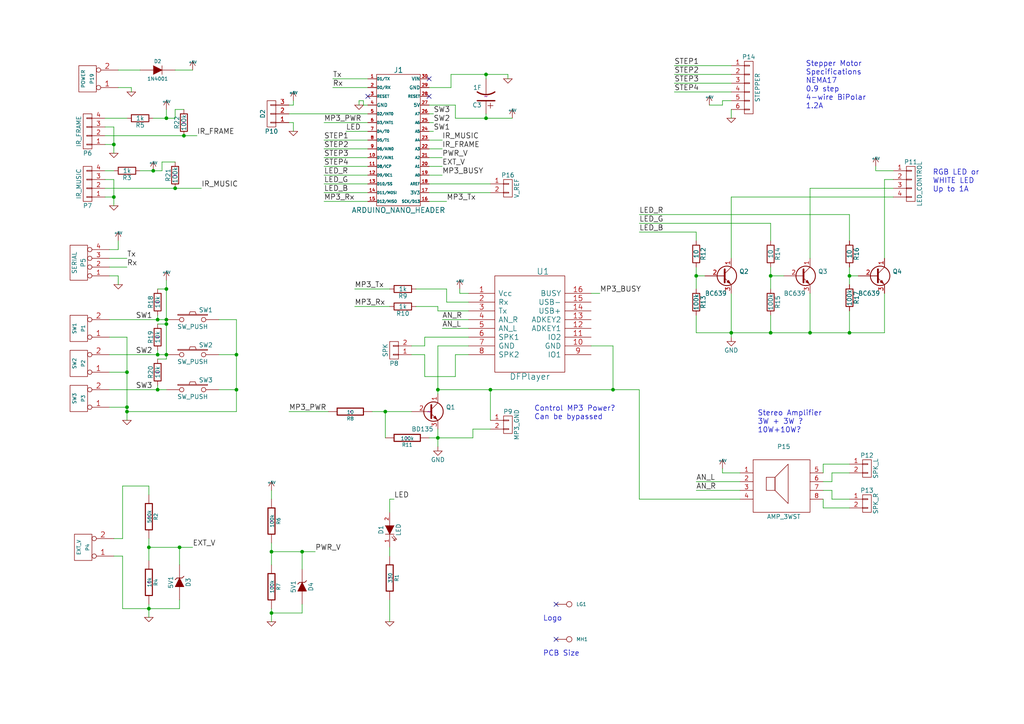
<source format=kicad_sch>
(kicad_sch (version 20230121) (generator eeschema)
  (paper "A4")
  (title_block (title "Hand Crank Projector Controller") (date "2016-12-18") (rev "1") (company "Ben Wigley"))
  (lib_symbols
    (symbol "HandCrankProjector_PCB-rescue:+5V" (power) (pin_names (offset 0))
      (property "Value" "+5V" (at 0 3.556 0))
      (symbol "+5V_1_1"
        (pin power_in line (at 0 0 90) (length 0) hide (name "+5V") (number "1"))
      )
    )
    (symbol "HandCrankProjector_PCB-rescue:AMP_3WST" (pin_names (offset 1.016) hide)
      (property "Reference" "P" (at 0 11.43 0))
      (property "Value" "AMP_3WST" (at 0 -8.89 0))
      (symbol "AMP_3WST_1_1"
        (pin passive line (at -12.7 3.81 0) (length 3.81) (name "P1") (number "1"))
        (pin passive line (at -12.7 1.27 0) (length 3.81) (name "P2") (number "2"))
        (pin passive line (at -12.7 -1.27 0) (length 3.81) (name "P3") (number "3"))
        (pin passive line (at -12.7 -3.81 0) (length 3.81) (name "P4") (number "4"))
        (pin passive line (at 11.43 3.81 180) (length 3.81) (name "P5") (number "5"))
        (pin passive line (at 11.43 1.27 180) (length 3.81) (name "P6") (number "6"))
        (pin passive line (at 11.43 -1.27 180) (length 3.81) (name "P7") (number "7"))
        (pin passive line (at 11.43 -3.81 180) (length 3.81) (name "P8") (number "8"))
      )
    )
    (symbol "HandCrankProjector_PCB-rescue:Arduino_Nano_Header" (pin_names (offset 0.0254))
      (property "Reference" "J" (at 0 20.32 0))
      (property "Value" "Arduino_Nano_Header" (at 0 -20.32 0))
      (symbol "Arduino_Nano_Header_1_1"
        (pin passive line (at -8.89 17.78 0) (length 2.54) (name "D1/TX") (number "1"))
        (pin passive line (at -8.89 -5.08 0) (length 2.54) (name "D7/AIN1") (number "10"))
        (pin passive line (at -8.89 -7.62 0) (length 2.54) (name "D8/ICP") (number "11"))
        (pin passive line (at -8.89 -10.16 0) (length 2.54) (name "D9/0C1") (number "12"))
        (pin passive line (at -8.89 -12.7 0) (length 2.54) (name "D10/SS") (number "13"))
        (pin passive line (at -8.89 -15.24 0) (length 2.54) (name "D11/MOSI") (number "14"))
        (pin passive line (at -8.89 -17.78 0) (length 2.54) (name "D12/MISO") (number "15"))
        (pin passive line (at 8.89 -17.78 180) (length 2.54) (name "SCK/D13") (number "16"))
        (pin passive line (at 8.89 -15.24 180) (length 2.54) (name "3V3") (number "17"))
        (pin passive line (at 8.89 -12.7 180) (length 2.54) (name "AREF") (number "18"))
        (pin passive line (at 8.89 -10.16 180) (length 2.54) (name "A0") (number "19"))
        (pin passive line (at -8.89 15.24 0) (length 2.54) (name "D0/RX") (number "2"))
        (pin passive line (at 8.89 -7.62 180) (length 2.54) (name "A1") (number "20"))
        (pin passive line (at 8.89 -5.08 180) (length 2.54) (name "A2") (number "21"))
        (pin passive line (at 8.89 -2.54 180) (length 2.54) (name "A3") (number "22"))
        (pin passive line (at 8.89 0 180) (length 2.54) (name "A4") (number "23"))
        (pin passive line (at 8.89 2.54 180) (length 2.54) (name "A5") (number "24"))
        (pin passive line (at 8.89 5.08 180) (length 2.54) (name "A6") (number "25"))
        (pin passive line (at 8.89 7.62 180) (length 2.54) (name "A7") (number "26"))
        (pin passive line (at 8.89 10.16 180) (length 2.54) (name "5V") (number "27"))
        (pin passive line (at 8.89 12.7 180) (length 2.54) (name "RESET") (number "28"))
        (pin passive line (at 8.89 15.24 180) (length 2.54) (name "GND") (number "29"))
        (pin passive line (at -8.89 12.7 0) (length 2.54) (name "RESET") (number "3"))
        (pin passive line (at 8.89 17.78 180) (length 2.54) (name "VIN") (number "30"))
        (pin passive line (at -8.89 10.16 0) (length 2.54) (name "GND") (number "4"))
        (pin passive line (at -8.89 7.62 0) (length 2.54) (name "D2/INT0") (number "5"))
        (pin passive line (at -8.89 5.08 0) (length 2.54) (name "D3/INT1") (number "6"))
        (pin passive line (at -8.89 2.54 0) (length 2.54) (name "D4/T0") (number "7"))
        (pin passive line (at -8.89 0 0) (length 2.54) (name "D5/T1") (number "8"))
        (pin passive line (at -8.89 -2.54 0) (length 2.54) (name "D6/AIN0") (number "9"))
      )
    )
    (symbol "HandCrankProjector_PCB-rescue:CONN_01X02" (pin_names (offset 1.016) hide)
      (property "Reference" "P" (at 0 3.81 0))
      (property "Value" "CONN_01X02" (at 2.54 0 90))
      (symbol "CONN_01X02_1_1"
        (pin passive line (at -5.08 1.27 0) (length 3.81) (name "P1") (number "1"))
        (pin passive line (at -5.08 -1.27 0) (length 3.81) (name "P2") (number "2"))
      )
    )
    (symbol "HandCrankProjector_PCB-rescue:CONN_01X03" (pin_names (offset 1.016) hide)
      (property "Reference" "P" (at 0 5.08 0))
      (property "Value" "CONN_01X03" (at 2.54 0 90))
      (symbol "CONN_01X03_1_1"
        (pin passive line (at -5.08 2.54 0) (length 3.81) (name "P1") (number "1"))
        (pin passive line (at -5.08 0 0) (length 3.81) (name "P2") (number "2"))
        (pin passive line (at -5.08 -2.54 0) (length 3.81) (name "P3") (number "3"))
      )
    )
    (symbol "HandCrankProjector_PCB-rescue:CONN_01X04" (pin_names (offset 1.016) hide)
      (property "Reference" "P" (at 0 6.35 0))
      (property "Value" "CONN_01X04" (at 2.54 0 90))
      (symbol "CONN_01X04_1_1"
        (pin passive line (at -5.08 3.81 0) (length 3.81) (name "P1") (number "1"))
        (pin passive line (at -5.08 1.27 0) (length 3.81) (name "P2") (number "2"))
        (pin passive line (at -5.08 -1.27 0) (length 3.81) (name "P3") (number "3"))
        (pin passive line (at -5.08 -3.81 0) (length 3.81) (name "P4") (number "4"))
      )
    )
    (symbol "HandCrankProjector_PCB-rescue:CONN_01X06" (pin_names (offset 1.016) hide)
      (property "Reference" "P" (at 0 8.89 0))
      (property "Value" "CONN_01X06" (at 2.54 0 90))
      (symbol "CONN_01X06_1_1"
        (pin passive line (at -5.08 6.35 0) (length 3.81) (name "P1") (number "1"))
        (pin passive line (at -5.08 3.81 0) (length 3.81) (name "P2") (number "2"))
        (pin passive line (at -5.08 1.27 0) (length 3.81) (name "P3") (number "3"))
        (pin passive line (at -5.08 -1.27 0) (length 3.81) (name "P4") (number "4"))
        (pin passive line (at -5.08 -3.81 0) (length 3.81) (name "P5") (number "5"))
        (pin passive line (at -5.08 -6.35 0) (length 3.81) (name "P6") (number "6"))
      )
    )
    (symbol "HandCrankProjector_PCB-rescue:CONN_1" (pin_numbers hide) (pin_names (offset 0.762) hide)
      (property "Reference" "P" (at 2.032 0 0))
      (symbol "CONN_1_1_1"
        (pin passive line (at -3.81 0 0) (length 2.54) (name "1") (number "1"))
      )
    )
    (symbol "HandCrankProjector_PCB-rescue:CONN_2-RESCUE-StepperMotorController_12_v2" (pin_names (offset 1.016) hide)
      (property "Reference" "P" (at -1.27 0 90))
      (property "Value" "CONN_2-RESCUE-StepperMotorController_12_v2" (at 1.27 0 90))
      (symbol "CONN_2-RESCUE-StepperMotorController_12_v2_1_1"
        (pin passive inverted (at -8.89 2.54 0) (length 6.35) (name "P1") (number "1"))
        (pin passive inverted (at -8.89 -2.54 0) (length 6.35) (name "PM") (number "2"))
      )
    )
    (symbol "HandCrankProjector_PCB-rescue:CONN_4" (pin_names (offset 1.016) hide)
      (property "Reference" "P" (at -1.27 0 90))
      (property "Value" "CONN_4" (at 1.27 0 90))
      (symbol "CONN_4_1_1"
        (pin passive inverted (at -8.89 3.81 0) (length 6.35) (name "P1") (number "1"))
        (pin passive inverted (at -8.89 1.27 0) (length 6.35) (name "P2") (number "2"))
        (pin passive inverted (at -8.89 -1.27 0) (length 6.35) (name "P3") (number "3"))
        (pin passive inverted (at -8.89 -3.81 0) (length 6.35) (name "P4") (number "4"))
      )
    )
    (symbol "HandCrankProjector_PCB-rescue:CP1-RESCUE-HandCrankProjector_PCB" (pin_numbers hide) (pin_names (offset 0.254) hide)
      (property "Reference" "C" (at 1.27 2.54 0))
      (property "Value" "CP1-RESCUE-HandCrankProjector_PCB" (at 1.27 -2.54 0))
      (symbol "CP1-RESCUE-HandCrankProjector_PCB_0_0"
        (text "+" (at -1.27 2.54 0) (effects (font (size 2.032 2.032))))
      )
      (symbol "CP1-RESCUE-HandCrankProjector_PCB_1_1"
        (pin passive line (at 0 5.08 270) (length 3.81) (name "~") (number "1"))
        (pin passive line (at 0 -5.08 90) (length 4.572) (name "~") (number "2"))
      )
    )
    (symbol "HandCrankProjector_PCB-rescue:DIODE" (pin_numbers hide) (pin_names (offset 1.016) hide)
      (property "Reference" "D" (at 0 2.54 0))
      (property "Value" "DIODE" (at 0 -2.54 0))
      (symbol "DIODE_1_1"
        (pin passive line (at -5.08 0 0) (length 3.81) (name "A") (number "1"))
        (pin passive line (at 5.08 0 180) (length 3.81) (name "K") (number "2"))
      )
    )
    (symbol "HandCrankProjector_PCB-rescue:GND" (power) (pin_names (offset 0))
      (property "Value" "GND" (at 0 -3.81 0))
      (symbol "GND_1_1"
        (pin power_in line (at 0 0 270) (length 0) hide (name "GND") (number "1"))
      )
    )
    (symbol "HandCrankProjector_PCB-rescue:GND-RESCUE-HandCrankProjector_PCB" (power) (pin_names (offset 0))
      (symbol "GND-RESCUE-HandCrankProjector_PCB_1_1"
        (pin power_in line (at 0 0 90) (length 0) hide (name "GND") (number "1"))
      )
    )
    (symbol "HandCrankProjector_PCB-rescue:LED" (pin_names (offset 1.016) hide)
      (property "Reference" "D" (at 0 2.54 0))
      (property "Value" "LED" (at 0 -2.54 0))
      (symbol "LED_1_1"
        (pin passive line (at -5.08 0 0) (length 3.81) (name "K") (number "1"))
        (pin passive line (at 5.08 0 180) (length 3.81) (name "A") (number "2"))
      )
    )
    (symbol "HandCrankProjector_PCB-rescue:MOD1021" (pin_names (offset 1.016))
      (property "Reference" "U" (at 3.81 15.24 0))
      (property "Value" "MOD1021" (at 0 -15.24 0))
      (symbol "MOD1021_1_1"
        (pin tri_state line (at -17.78 8.89 0) (length 7.62) (name "Vcc") (number "1"))
        (pin input line (at 17.78 -6.35 180) (length 7.62) (name "GND") (number "10"))
        (pin input line (at 17.78 -3.81 180) (length 7.62) (name "IO2") (number "11"))
        (pin input line (at 17.78 -1.27 180) (length 7.62) (name "ADKEY1") (number "12"))
        (pin tri_state line (at 17.78 1.27 180) (length 7.62) (name "ADKEY2") (number "13"))
        (pin input line (at 17.78 3.81 180) (length 7.62) (name "USB+") (number "14"))
        (pin input line (at 17.78 6.35 180) (length 7.62) (name "USB-") (number "15"))
        (pin input line (at 17.78 8.89 180) (length 7.62) (name "BUSY") (number "16"))
        (pin tri_state line (at -17.78 6.35 0) (length 7.62) (name "Rx") (number "2"))
        (pin tri_state line (at -17.78 3.81 0) (length 7.62) (name "Tx") (number "3"))
        (pin tri_state line (at -17.78 1.27 0) (length 7.62) (name "AN_R") (number "4"))
        (pin tri_state line (at -17.78 -1.27 0) (length 7.62) (name "AN_L") (number "5"))
        (pin tri_state line (at -17.78 -3.81 0) (length 7.62) (name "SPK1") (number "6"))
        (pin output line (at -17.78 -6.35 0) (length 7.62) (name "GND") (number "7"))
        (pin tri_state line (at -17.78 -8.89 0) (length 7.62) (name "SPK2") (number "8"))
        (pin tri_state line (at 17.78 -8.89 180) (length 7.62) (name "IO1") (number "9"))
      )
    )
    (symbol "HandCrankProjector_PCB-rescue:Q_NPN_CBE" (pin_names (offset 0) hide)
      (property "Reference" "Q" (at 7.62 1.27 0))
      (property "Value" "Q_NPN_CBE" (at 15.24 -1.27 0))
      (symbol "Q_NPN_CBE_1_1"
        (pin passive line (at 2.54 5.08 270) (length 2.54) (name "C") (number "1"))
        (pin input line (at -5.08 0 0) (length 5.715) (name "B") (number "2"))
        (pin passive line (at 2.54 -5.08 90) (length 2.54) (name "E") (number "3"))
      )
    )
    (symbol "HandCrankProjector_PCB-rescue:R" (pin_numbers hide) (pin_names (offset 0))
      (property "Reference" "R" (at 2.032 0 90))
      (property "Value" "R" (at 0 0 90))
      (symbol "R_1_1"
        (pin passive line (at 0 3.81 270) (length 1.27) (name "~") (number "1"))
        (pin passive line (at 0 -3.81 90) (length 1.27) (name "~") (number "2"))
      )
    )
    (symbol "HandCrankProjector_PCB-rescue:R-RESCUE-HandCrankProjector_PCB" (pin_numbers hide) (pin_names (offset 0))
      (property "Reference" "R" (at 2.032 0 90))
      (property "Value" "R-RESCUE-HandCrankProjector_PCB" (at 0 0 90))
      (symbol "R-RESCUE-HandCrankProjector_PCB_1_1"
        (pin passive line (at 0 6.35 270) (length 2.54) (name "~") (number "1"))
        (pin passive line (at 0 -6.35 90) (length 2.54) (name "~") (number "2"))
      )
    )
    (symbol "HandCrankProjector_PCB-rescue:SW_PUSH" (pin_numbers hide) (pin_names (offset 1.016) hide)
      (property "Reference" "SW" (at 3.81 2.794 0))
      (property "Value" "SW_PUSH" (at 0 -2.032 0))
      (symbol "SW_PUSH_0_1"
        (pin passive inverted (at -7.62 0 0) (length 5.08) (name "1") (number "1"))
        (pin passive inverted (at 7.62 0 180) (length 5.08) (name "2") (number "2"))
      )
    )
    (symbol "HandCrankProjector_PCB-rescue:ZENER" (pin_numbers hide) (pin_names (offset 1.016) hide)
      (property "Reference" "D" (at 0 2.54 0))
      (property "Value" "ZENER" (at 0 -2.54 0))
      (symbol "ZENER_1_1"
        (pin passive line (at 5.08 0 180) (length 3.81) (name "A") (number "1"))
        (pin passive line (at -5.08 0 0) (length 3.81) (name "K") (number "2"))
      )
    )
  )
  (junction (at 33.02 41.91))
  (junction (at 246.38 80.01))
  (junction (at 111.76 119.38))
  (junction (at 223.52 80.01))
  (junction (at 246.38 96.52))
  (junction (at 78.74 177.8))
  (junction (at 177.8 113.03))
  (junction (at 212.09 96.52))
  (junction (at 48.26 34.29))
  (junction (at 223.52 96.52))
  (junction (at 140.97 34.29))
  (junction (at 142.24 113.03))
  (junction (at 43.18 176.53))
  (junction (at 53.34 39.37))
  (junction (at 36.83 118.11))
  (junction (at 48.26 92.71))
  (junction (at 234.95 96.52))
  (junction (at 43.18 158.75))
  (junction (at 127 127))
  (junction (at 87.63 160.02))
  (junction (at 44.45 49.53))
  (junction (at 48.26 102.87))
  (junction (at 45.72 102.87))
  (junction (at 36.83 107.95))
  (junction (at 50.8 54.61))
  (junction (at 48.26 93.98))
  (junction (at 127 113.03))
  (junction (at 78.74 160.02))
  (junction (at 52.07 158.75))
  (junction (at 36.83 119.38))
  (junction (at 45.72 92.71))
  (junction (at 68.58 113.03))
  (junction (at 140.97 21.59))
  (junction (at 48.26 83.82))
  (junction (at 33.02 57.15))
  (junction (at 68.58 102.87))
  (junction (at 201.93 80.01))
  (junction (at 45.72 113.03))
  (no_connect (at 124.46 22.86))
  (no_connect (at 161.29 175.26))
  (no_connect (at 124.46 27.94))
  (no_connect (at 161.29 185.42))
  (no_connect (at 106.68 27.94))
  (wire (pts (xy 124.46 55.88) (xy 142.24 55.88)))
  (wire (pts (xy 124.46 25.4) (xy 130.81 25.4)))
  (wire (pts (xy 124.46 127) (xy 127 127)))
  (wire (pts (xy 124.46 30.48) (xy 132.08 30.48)))
  (wire (pts (xy 68.58 102.87) (xy 68.58 113.03)))
  (wire (pts (xy 119.38 102.87) (xy 123.19 102.87)))
  (wire (pts (xy 106.68 48.26) (xy 93.98 48.26)))
  (wire (pts (xy 177.8 100.33) (xy 177.8 113.03)))
  (wire (pts (xy 254 49.53) (xy 254 48.26)))
  (wire (pts (xy 256.54 96.52) (xy 256.54 85.09)))
  (wire (pts (xy 223.52 64.77) (xy 223.52 69.85)))
  (wire (pts (xy 256.54 74.93) (xy 256.54 52.07)))
  (wire (pts (xy 106.68 43.18) (xy 93.98 43.18)))
  (wire (pts (xy 241.3 137.16) (xy 246.38 137.16)))
  (wire (pts (xy 34.29 72.39) (xy 34.29 69.85)))
  (wire (pts (xy 87.63 165.1) (xy 87.63 160.02)))
  (wire (pts (xy 45.72 113.03) (xy 48.26 113.03)))
  (wire (pts (xy 259.08 57.15) (xy 212.09 57.15)))
  (wire (pts (xy 124.46 40.64) (xy 128.27 40.64)))
  (wire (pts (xy 246.38 90.17) (xy 246.38 96.52)))
  (wire (pts (xy 48.26 92.71) (xy 48.26 93.98)))
  (wire (pts (xy 50.8 20.32) (xy 55.88 20.32)))
  (wire (pts (xy 104.14 29.21) (xy 105.41 29.21)))
  (wire (pts (xy 132.08 102.87) (xy 135.89 102.87)))
  (wire (pts (xy 33.02 49.53) (xy 30.48 49.53)))
  (wire (pts (xy 234.95 54.61) (xy 234.95 74.93)))
  (wire (pts (xy 33.02 57.15) (xy 33.02 59.69)))
  (wire (pts (xy 195.58 21.59) (xy 212.09 21.59)))
  (wire (pts (xy 48.26 102.87) (xy 48.26 104.14)))
  (wire (pts (xy 223.52 91.44) (xy 223.52 96.52)))
  (wire (pts (xy 36.83 119.38) (xy 36.83 121.92)))
  (wire (pts (xy 135.89 97.79) (xy 123.19 97.79)))
  (wire (pts (xy 45.72 102.87) (xy 48.26 102.87)))
  (wire (pts (xy 83.82 35.56) (xy 85.09 35.56)))
  (wire (pts (xy 201.93 77.47) (xy 201.93 80.01)))
  (wire (pts (xy 124.46 43.18) (xy 128.27 43.18)))
  (wire (pts (xy 241.3 139.7) (xy 241.3 137.16)))
  (wire (pts (xy 127 124.46) (xy 127 127)))
  (wire (pts (xy 52.07 176.53) (xy 52.07 173.99)))
  (wire (pts (xy 127 113.03) (xy 142.24 113.03)))
  (wire (pts (xy 127 113.03) (xy 127 114.3)))
  (wire (pts (xy 43.18 158.75) (xy 52.07 158.75)))
  (wire (pts (xy 45.72 111.76) (xy 45.72 113.03)))
  (wire (pts (xy 34.29 80.01) (xy 31.75 80.01)))
  (wire (pts (xy 31.75 97.79) (xy 36.83 97.79)))
  (wire (pts (xy 137.16 124.46) (xy 137.16 127)))
  (wire (pts (xy 102.87 88.9) (xy 113.03 88.9)))
  (wire (pts (xy 223.52 96.52) (xy 234.95 96.52)))
  (wire (pts (xy 133.35 85.09) (xy 133.35 83.82)))
  (wire (pts (xy 140.97 34.29) (xy 140.97 33.02)))
  (wire (pts (xy 87.63 177.8) (xy 87.63 175.26)))
  (wire (pts (xy 30.48 39.37) (xy 53.34 39.37)))
  (wire (pts (xy 135.89 85.09) (xy 133.35 85.09)))
  (wire (pts (xy 30.48 54.61) (xy 50.8 54.61)))
  (wire (pts (xy 104.14 30.48) (xy 104.14 29.21)))
  (wire (pts (xy 128.27 95.25) (xy 135.89 95.25)))
  (wire (pts (xy 238.76 134.62) (xy 246.38 134.62)))
  (wire (pts (xy 78.74 160.02) (xy 87.63 160.02)))
  (wire (pts (xy 246.38 96.52) (xy 256.54 96.52)))
  (wire (pts (xy 195.58 24.13) (xy 212.09 24.13)))
  (wire (pts (xy 36.83 97.79) (xy 36.83 107.95)))
  (wire (pts (xy 125.73 38.1) (xy 124.46 38.1)))
  (wire (pts (xy 113.03 173.99) (xy 113.03 180.34)))
  (wire (pts (xy 259.08 54.61) (xy 234.95 54.61)))
  (wire (pts (xy 53.34 39.37) (xy 57.15 39.37)))
  (wire (pts (xy 31.75 107.95) (xy 36.83 107.95)))
  (wire (pts (xy 35.56 161.29) (xy 35.56 176.53)))
  (wire (pts (xy 246.38 144.78) (xy 241.3 144.78)))
  (wire (pts (xy 106.68 45.72) (xy 93.98 45.72)))
  (wire (pts (xy 46.99 46.99) (xy 50.8 46.99)))
  (wire (pts (xy 234.95 85.09) (xy 234.95 96.52)))
  (wire (pts (xy 209.55 135.89) (xy 209.55 137.16)))
  (wire (pts (xy 78.74 177.8) (xy 87.63 177.8)))
  (wire (pts (xy 31.75 113.03) (xy 45.72 113.03)))
  (wire (pts (xy 123.19 109.22) (xy 132.08 109.22)))
  (wire (pts (xy 31.75 118.11) (xy 36.83 118.11)))
  (wire (pts (xy 30.48 57.15) (xy 33.02 57.15)))
  (wire (pts (xy 48.26 34.29) (xy 50.8 34.29)))
  (wire (pts (xy 113.03 83.82) (xy 102.87 83.82)))
  (wire (pts (xy 107.95 119.38) (xy 111.76 119.38)))
  (wire (pts (xy 105.41 30.48) (xy 106.68 30.48)))
  (wire (pts (xy 177.8 113.03) (xy 185.42 113.03)))
  (wire (pts (xy 127 127) (xy 127 129.54)))
  (wire (pts (xy 147.32 21.59) (xy 147.32 22.86)))
  (wire (pts (xy 68.58 119.38) (xy 36.83 119.38)))
  (wire (pts (xy 201.93 91.44) (xy 201.93 96.52)))
  (wire (pts (xy 120.65 83.82) (xy 129.54 83.82)))
  (wire (pts (xy 36.83 118.11) (xy 36.83 119.38)))
  (wire (pts (xy 259.08 49.53) (xy 254 49.53)))
  (wire (pts (xy 130.81 25.4) (xy 130.81 21.59)))
  (wire (pts (xy 212.09 85.09) (xy 212.09 96.52)))
  (wire (pts (xy 142.24 124.46) (xy 137.16 124.46)))
  (wire (pts (xy 111.76 127) (xy 111.76 119.38)))
  (wire (pts (xy 96.52 22.86) (xy 106.68 22.86)))
  (wire (pts (xy 31.75 92.71) (xy 45.72 92.71)))
  (wire (pts (xy 35.56 140.97) (xy 43.18 140.97)))
  (wire (pts (xy 123.19 97.79) (xy 123.19 100.33)))
  (wire (pts (xy 78.74 160.02) (xy 78.74 163.83)))
  (wire (pts (xy 185.42 144.78) (xy 214.63 144.78)))
  (wire (pts (xy 195.58 19.05) (xy 212.09 19.05)))
  (wire (pts (xy 123.19 100.33) (xy 119.38 100.33)))
  (wire (pts (xy 238.76 147.32) (xy 246.38 147.32)))
  (wire (pts (xy 100.33 38.1) (xy 106.68 38.1)))
  (wire (pts (xy 111.76 119.38) (xy 119.38 119.38)))
  (wire (pts (xy 83.82 30.48) (xy 85.09 30.48)))
  (wire (pts (xy 48.26 34.29) (xy 48.26 31.75)))
  (wire (pts (xy 33.02 52.07) (xy 33.02 57.15)))
  (wire (pts (xy 33.02 36.83) (xy 33.02 41.91)))
  (wire (pts (xy 31.75 72.39) (xy 34.29 72.39)))
  (wire (pts (xy 241.3 144.78) (xy 241.3 142.24)))
  (wire (pts (xy 43.18 175.26) (xy 43.18 176.53)))
  (wire (pts (xy 35.56 156.21) (xy 35.56 140.97)))
  (wire (pts (xy 113.03 161.29) (xy 113.03 158.75)))
  (wire (pts (xy 201.93 142.24) (xy 214.63 142.24)))
  (wire (pts (xy 33.02 41.91) (xy 33.02 44.45)))
  (wire (pts (xy 129.54 83.82) (xy 129.54 87.63)))
  (wire (pts (xy 135.89 90.17) (xy 127 90.17)))
  (wire (pts (xy 185.42 67.31) (xy 201.93 67.31)))
  (wire (pts (xy 85.09 30.48) (xy 85.09 29.21)))
  (wire (pts (xy 48.26 104.14) (xy 45.72 104.14)))
  (wire (pts (xy 45.72 101.6) (xy 45.72 102.87)))
  (wire (pts (xy 140.97 21.59) (xy 147.32 21.59)))
  (wire (pts (xy 205.74 30.48) (xy 209.55 30.48)))
  (wire (pts (xy 106.68 35.56) (xy 93.98 35.56)))
  (wire (pts (xy 248.92 80.01) (xy 246.38 80.01)))
  (wire (pts (xy 209.55 30.48) (xy 209.55 29.21)))
  (wire (pts (xy 50.8 31.75) (xy 53.34 31.75)))
  (wire (pts (xy 48.26 83.82) (xy 48.26 92.71)))
  (wire (pts (xy 171.45 100.33) (xy 177.8 100.33)))
  (wire (pts (xy 201.93 67.31) (xy 201.93 69.85)))
  (wire (pts (xy 201.93 80.01) (xy 201.93 83.82)))
  (wire (pts (xy 124.46 58.42) (xy 129.54 58.42)))
  (wire (pts (xy 45.72 93.98) (xy 48.26 93.98)))
  (wire (pts (xy 50.8 34.29) (xy 50.8 31.75)))
  (wire (pts (xy 44.45 49.53) (xy 46.99 49.53)))
  (wire (pts (xy 95.25 119.38) (xy 83.82 119.38)))
  (wire (pts (xy 256.54 52.07) (xy 259.08 52.07)))
  (wire (pts (xy 78.74 177.8) (xy 78.74 180.34)))
  (wire (pts (xy 63.5 113.03) (xy 68.58 113.03)))
  (wire (pts (xy 127 127) (xy 137.16 127)))
  (wire (pts (xy 246.38 77.47) (xy 246.38 80.01)))
  (wire (pts (xy 68.58 113.03) (xy 68.58 119.38)))
  (wire (pts (xy 78.74 176.53) (xy 78.74 177.8)))
  (wire (pts (xy 68.58 92.71) (xy 68.58 102.87)))
  (wire (pts (xy 132.08 109.22) (xy 132.08 102.87)))
  (wire (pts (xy 43.18 176.53) (xy 43.18 179.07)))
  (wire (pts (xy 93.98 58.42) (xy 106.68 58.42)))
  (wire (pts (xy 106.68 40.64) (xy 93.98 40.64)))
  (wire (pts (xy 36.83 77.47) (xy 31.75 77.47)))
  (wire (pts (xy 140.97 21.59) (xy 140.97 22.86)))
  (wire (pts (xy 212.09 96.52) (xy 212.09 97.79)))
  (wire (pts (xy 34.29 82.55) (xy 34.29 80.01)))
  (wire (pts (xy 45.72 92.71) (xy 48.26 92.71)))
  (wire (pts (xy 40.64 49.53) (xy 44.45 49.53)))
  (wire (pts (xy 185.42 113.03) (xy 185.42 144.78)))
  (wire (pts (xy 31.75 102.87) (xy 45.72 102.87)))
  (wire (pts (xy 238.76 137.16) (xy 238.76 134.62)))
  (wire (pts (xy 63.5 92.71) (xy 68.58 92.71)))
  (wire (pts (xy 209.55 137.16) (xy 214.63 137.16)))
  (wire (pts (xy 78.74 157.48) (xy 78.74 160.02)))
  (wire (pts (xy 105.41 29.21) (xy 105.41 30.48)))
  (wire (pts (xy 223.52 80.01) (xy 223.52 83.82)))
  (wire (pts (xy 33.02 156.21) (xy 35.56 156.21)))
  (wire (pts (xy 106.68 33.02) (xy 83.82 33.02)))
  (wire (pts (xy 34.29 20.32) (xy 40.64 20.32)))
  (wire (pts (xy 201.93 96.52) (xy 212.09 96.52)))
  (wire (pts (xy 142.24 113.03) (xy 177.8 113.03)))
  (wire (pts (xy 43.18 176.53) (xy 52.07 176.53)))
  (wire (pts (xy 128.27 50.8) (xy 124.46 50.8)))
  (wire (pts (xy 173.99 85.09) (xy 171.45 85.09)))
  (wire (pts (xy 127 100.33) (xy 127 113.03)))
  (wire (pts (xy 127 88.9) (xy 120.65 88.9)))
  (wire (pts (xy 129.54 87.63) (xy 135.89 87.63)))
  (wire (pts (xy 50.8 54.61) (xy 58.42 54.61)))
  (wire (pts (xy 195.58 26.67) (xy 212.09 26.67)))
  (wire (pts (xy 48.26 81.28) (xy 48.26 83.82)))
  (wire (pts (xy 124.46 53.34) (xy 142.24 53.34)))
  (wire (pts (xy 48.26 93.98) (xy 48.26 102.87)))
  (wire (pts (xy 127 90.17) (xy 127 88.9)))
  (wire (pts (xy 30.48 52.07) (xy 33.02 52.07)))
  (wire (pts (xy 87.63 160.02) (xy 91.44 160.02)))
  (wire (pts (xy 35.56 176.53) (xy 43.18 176.53)))
  (wire (pts (xy 33.02 161.29) (xy 35.56 161.29)))
  (wire (pts (xy 93.98 50.8) (xy 106.68 50.8)))
  (wire (pts (xy 85.09 35.56) (xy 85.09 38.1)))
  (wire (pts (xy 63.5 102.87) (xy 68.58 102.87)))
  (wire (pts (xy 34.29 25.4) (xy 38.1 25.4)))
  (wire (pts (xy 43.18 143.51) (xy 43.18 140.97)))
  (wire (pts (xy 52.07 158.75) (xy 55.88 158.75)))
  (wire (pts (xy 204.47 80.01) (xy 201.93 80.01)))
  (wire (pts (xy 128.27 45.72) (xy 124.46 45.72)))
  (wire (pts (xy 30.48 41.91) (xy 33.02 41.91)))
  (wire (pts (xy 223.52 77.47) (xy 223.52 80.01)))
  (wire (pts (xy 130.81 21.59) (xy 140.97 21.59)))
  (wire (pts (xy 46.99 49.53) (xy 46.99 46.99)))
  (wire (pts (xy 214.63 139.7) (xy 201.93 139.7)))
  (wire (pts (xy 52.07 163.83) (xy 52.07 158.75)))
  (wire (pts (xy 114.3 144.78) (xy 113.03 144.78)))
  (wire (pts (xy 238.76 144.78) (xy 238.76 147.32)))
  (wire (pts (xy 238.76 139.7) (xy 241.3 139.7)))
  (wire (pts (xy 45.72 83.82) (xy 48.26 83.82)))
  (wire (pts (xy 212.09 31.75) (xy 212.09 34.29)))
  (wire (pts (xy 125.73 33.02) (xy 124.46 33.02)))
  (wire (pts (xy 30.48 36.83) (xy 33.02 36.83)))
  (wire (pts (xy 30.48 34.29) (xy 36.83 34.29)))
  (wire (pts (xy 78.74 144.78) (xy 78.74 142.24)))
  (wire (pts (xy 124.46 48.26) (xy 128.27 48.26)))
  (wire (pts (xy 44.45 34.29) (xy 48.26 34.29)))
  (wire (pts (xy 36.83 74.93) (xy 31.75 74.93)))
  (wire (pts (xy 227.33 80.01) (xy 223.52 80.01)))
  (wire (pts (xy 241.3 142.24) (xy 238.76 142.24)))
  (wire (pts (xy 113.03 144.78) (xy 113.03 148.59)))
  (wire (pts (xy 132.08 34.29) (xy 140.97 34.29)))
  (wire (pts (xy 43.18 158.75) (xy 43.18 162.56)))
  (wire (pts (xy 246.38 62.23) (xy 246.38 69.85)))
  (wire (pts (xy 209.55 29.21) (xy 212.09 29.21)))
  (wire (pts (xy 185.42 64.77) (xy 223.52 64.77)))
  (wire (pts (xy 43.18 156.21) (xy 43.18 158.75)))
  (wire (pts (xy 93.98 53.34) (xy 106.68 53.34)))
  (wire (pts (xy 132.08 30.48) (xy 132.08 34.29)))
  (wire (pts (xy 123.19 102.87) (xy 123.19 109.22)))
  (wire (pts (xy 142.24 121.92) (xy 142.24 113.03)))
  (wire (pts (xy 96.52 25.4) (xy 106.68 25.4)))
  (wire (pts (xy 135.89 100.33) (xy 127 100.33)))
  (wire (pts (xy 212.09 57.15) (xy 212.09 74.93)))
  (wire (pts (xy 185.42 62.23) (xy 246.38 62.23)))
  (wire (pts (xy 212.09 96.52) (xy 223.52 96.52)))
  (wire (pts (xy 140.97 34.29) (xy 148.59 34.29)))
  (wire (pts (xy 36.83 107.95) (xy 36.83 118.11)))
  (wire (pts (xy 124.46 35.56) (xy 125.73 35.56)))
  (wire (pts (xy 128.27 92.71) (xy 135.89 92.71)))
  (wire (pts (xy 38.1 25.4) (xy 38.1 26.67)))
  (wire (pts (xy 93.98 55.88) (xy 106.68 55.88)))
  (wire (pts (xy 234.95 96.52) (xy 246.38 96.52)))
  (wire (pts (xy 45.72 91.44) (xy 45.72 92.71)))
  (wire (pts (xy 246.38 80.01) (xy 246.38 82.55)))
  (text "Stepper Motor\nSpecifications\nNEMA17\n0.9 step\n4-wire BiPolar\n1.2A" (at 233.68 31.75 0) (effects (font (size 1.524 1.524)) (justify left bottom)))
  (text "RGB LED or \nWHITE LED\nUp to 1A" (at 270.51 55.88 0) (effects (font (size 1.524 1.524)) (justify left bottom)))
  (text "Stereo Amplifier\n3W + 3W ?\n10W+10W? " (at 219.71 125.73 0) (effects (font (size 1.524 1.524)) (justify left bottom)))
  (text "Logo" (at 157.48 180.34 0) (effects (font (size 1.524 1.524)) (justify left bottom)))
  (text "PCB Size" (at 157.48 190.5 0) (effects (font (size 1.524 1.524)) (justify left bottom)))
  (text "Control MP3 Power?\nCan be bypassed" (at 154.94 121.92 0) (effects (font (size 1.524 1.524)) (justify left bottom)))
  (label "MP3_Rx" (at 93.98 58.42 0) (effects (font (size 1.524 1.524))))
  (label "AN_R" (at 201.93 142.24 0) (effects (font (size 1.524 1.524))))
  (label "SW2" (at 125.73 35.56 0) (effects (font (size 1.524 1.524))))
  (label "LED_B" (at 93.98 55.88 0) (effects (font (size 1.524 1.524))))
  (label "SW1" (at 39.37 92.71 0) (effects (font (size 1.524 1.524))))
  (label "SW2" (at 39.37 102.87 0) (effects (font (size 1.524 1.524))))
  (label "EXT_V" (at 55.88 158.75 0) (effects (font (size 1.524 1.524))))
  (label "STEP3" (at 93.98 45.72 0) (effects (font (size 1.524 1.524))))
  (label "PWR_V" (at 128.27 45.72 0) (effects (font (size 1.524 1.524))))
  (label "SW1" (at 125.73 38.1 0) (effects (font (size 1.524 1.524))))
  (label "AN_L" (at 201.93 139.7 0) (effects (font (size 1.524 1.524))))
  (label "MP3_Rx" (at 102.87 88.9 0) (effects (font (size 1.524 1.524))))
  (label "LED_B" (at 185.42 67.31 0) (effects (font (size 1.524 1.524))))
  (label "Tx" (at 36.83 74.93 0) (effects (font (size 1.524 1.524))))
  (label "LED_G" (at 93.98 53.34 0) (effects (font (size 1.524 1.524))))
  (label "LED_G" (at 185.42 64.77 0) (effects (font (size 1.524 1.524))))
  (label "STEP1" (at 195.58 19.05 0) (effects (font (size 1.524 1.524))))
  (label "STEP2" (at 93.98 43.18 0) (effects (font (size 1.524 1.524))))
  (label "LED" (at 114.3 144.78 0) (effects (font (size 1.524 1.524))))
  (label "Rx" (at 96.52 25.4 0) (effects (font (size 1.524 1.524))))
  (label "AN_L" (at 128.27 95.25 0) (effects (font (size 1.524 1.524))))
  (label "STEP3" (at 195.58 24.13 0) (effects (font (size 1.524 1.524))))
  (label "MP3_Tx" (at 102.87 83.82 0) (effects (font (size 1.524 1.524))))
  (label "PWR_V" (at 91.44 160.02 0) (effects (font (size 1.524 1.524))))
  (label "STEP4" (at 93.98 48.26 0) (effects (font (size 1.524 1.524))))
  (label "Tx" (at 96.52 22.86 0) (effects (font (size 1.524 1.524))))
  (label "IR_FRAME" (at 57.15 39.37 0) (effects (font (size 1.524 1.524))))
  (label "AN_R" (at 128.27 92.71 0) (effects (font (size 1.524 1.524))))
  (label "MP3_BUSY" (at 173.99 85.09 0) (effects (font (size 1.524 1.524))))
  (label "MP3_PWR" (at 83.82 119.38 0) (effects (font (size 1.524 1.524))))
  (label "IR_MUSIC" (at 58.42 54.61 0) (effects (font (size 1.524 1.524))))
  (label "MP3_Tx" (at 129.54 58.42 0) (effects (font (size 1.524 1.524))))
  (label "STEP4" (at 195.58 26.67 0) (effects (font (size 1.524 1.524))))
  (label "STEP1" (at 93.98 40.64 0) (effects (font (size 1.524 1.524))))
  (label "SW3" (at 39.37 113.03 0) (effects (font (size 1.524 1.524))))
  (label "EXT_V" (at 128.27 48.26 0) (effects (font (size 1.524 1.524))))
  (label "MP3_BUSY" (at 128.27 50.8 0) (effects (font (size 1.524 1.524))))
  (label "STEP2" (at 195.58 21.59 0) (effects (font (size 1.524 1.524))))
  (label "Rx" (at 36.83 77.47 0) (effects (font (size 1.524 1.524))))
  (label "IR_MUSIC" (at 128.27 40.64 0) (effects (font (size 1.524 1.524))))
  (label "IR_FRAME" (at 128.27 43.18 0) (effects (font (size 1.524 1.524))))
  (label "SW3" (at 125.73 33.02 0) (effects (font (size 1.524 1.524))))
  (label "LED_R" (at 185.42 62.23 0) (effects (font (size 1.524 1.524))))
  (label "LED_R" (at 93.98 50.8 0) (effects (font (size 1.524 1.524))))
  (label "MP3_PWR" (at 93.98 35.56 0) (effects (font (size 1.524 1.524))))
  (label "LED" (at 100.33 38.1 0) (effects (font (size 1.524 1.524))))
  (symbol (lib_id "HandCrankProjector_PCB-rescue:CONN_1") (at 165.1 185.42 0) (unit 1)
    (property "Reference" "MH1" (at 167.132 185.42 0) (effects (font (size 1.016 1.016)) (justify left)))
    (property "Value" "CONN_1" (effects hide))
    (property "Footprint" "REInnovationFootprint:PCB_75x100mm" (effects hide))
  )
  (symbol (lib_id "HandCrankProjector_PCB-rescue:R-RESCUE-HandCrankProjector_PCB") (at 113.03 167.64 0) (unit 1)
    (property "Reference" "R1" (at 115.062 167.64 90) (effects (font (size 1.016 1.016))))
    (property "Value" "330" (at 113.2078 167.6146 90) (effects (font (size 1.016 1.016))))
    (property "Footprint" "REInnovationFootprint:TH_Resistor_1" (effects hide))
    (property "Datasheet" "~" (at 113.03 167.64 0) (effects (font (size 0.762 0.762))))
    (property "Description" "Value" (effects hide))
    (property "Notes" "Value" (effects hide))
    (property "Manufacturer" "Value" (effects hide))
    (property "Manufacturer Part No" "Value" (effects hide))
    (property "Supplier 1" "Value" (effects hide))
    (property "Supplier 1 Part No" "Value" (effects hide))
    (property "Supplier 2" "Value" (effects hide))
    (property "Supplier 2 Part No" "Value" (effects hide))
  )
  (symbol (lib_id "HandCrankProjector_PCB-rescue:GND-RESCUE-HandCrankProjector_PCB") (at 113.03 180.34 0) (unit 1)
    (property "Reference" "#PWR01" (effects hide))
    (property "Value" "GND" (effects hide))
  )
  (symbol (lib_id "HandCrankProjector_PCB-rescue:CP1-RESCUE-HandCrankProjector_PCB") (at 140.97 27.94 180) (unit 1)
    (property "Reference" "C3" (at 139.7 30.48 0) (effects (justify left)))
    (property "Value" "1F" (at 139.7 25.4 0) (effects (justify left)))
    (property "Footprint" "REInnovationFootprint:C_1F_SuperCap" (effects hide))
    (property "Datasheet" "~" (at 140.97 27.94 0) (effects (font (size 1.524 1.524))))
    (property "Description" "Value" (effects hide))
    (property "Notes" "Value" (effects hide))
    (property "Manufacturer" "Value" (effects hide))
    (property "Manufacturer Part No" "Value" (effects hide))
    (property "Supplier 1" "Value" (effects hide))
    (property "Supplier 1 Part No" "Value" (effects hide))
    (property "Supplier 2" "Value" (effects hide))
    (property "Supplier 2 Part No" "Value" (effects hide))
  )
  (symbol (lib_id "HandCrankProjector_PCB-rescue:CONN_2-RESCUE-StepperMotorController_12_v2") (at 24.13 158.75 180) (unit 1)
    (property "Reference" "P4" (at 25.4 158.75 90) (effects (font (size 1.016 1.016))))
    (property "Value" "EXT_V" (at 22.86 158.75 90) (effects (font (size 1.016 1.016))))
    (property "Footprint" "REInnovationFootprint:SIL-2_screw_terminal" (effects hide))
  )
  (symbol (lib_id "HandCrankProjector_PCB-rescue:+5V") (at 205.74 30.48 0) (unit 1)
    (property "Reference" "#PWR02" (effects hide))
    (property "Value" "+5V" (at 205.74 28.194 0) (effects (font (size 0.762 0.762))))
  )
  (symbol (lib_id "HandCrankProjector_PCB-rescue:Arduino_Nano_Header") (at 115.57 40.64 0) (unit 1)
    (property "Reference" "J1" (at 115.57 20.32 0) (effects (font (size 1.524 1.524))))
    (property "Value" "ARDUINO_NANO_HEADER" (at 115.57 60.96 0) (effects (font (size 1.524 1.524))))
    (property "Footprint" "REInnovationFootprint:NANO_DIP_30_600" (effects hide))
  )
  (symbol (lib_id "HandCrankProjector_PCB-rescue:GND-RESCUE-HandCrankProjector_PCB") (at 147.32 22.86 0) (unit 1)
    (property "Reference" "#PWR03" (effects hide))
    (property "Value" "GND" (effects hide))
  )
  (symbol (lib_id "HandCrankProjector_PCB-rescue:+5V") (at 55.88 20.32 0) (unit 1)
    (property "Reference" "#PWR04" (effects hide))
    (property "Value" "+5V" (at 55.88 18.034 0) (effects (font (size 0.762 0.762))))
  )
  (symbol (lib_id "HandCrankProjector_PCB-rescue:CONN_2-RESCUE-StepperMotorController_12_v2") (at 22.86 95.25 180) (unit 1)
    (property "Reference" "P1" (at 24.13 95.25 90) (effects (font (size 1.016 1.016))))
    (property "Value" "SW1" (at 21.59 95.25 90) (effects (font (size 1.016 1.016))))
    (property "Footprint" "REInnovationFootprint:SIL-2_large_hole" (effects hide))
  )
  (symbol (lib_id "HandCrankProjector_PCB-rescue:CONN_2-RESCUE-StepperMotorController_12_v2") (at 22.86 105.41 180) (unit 1)
    (property "Reference" "P2" (at 24.13 105.41 90) (effects (font (size 1.016 1.016))))
    (property "Value" "SW2" (at 21.59 105.41 90) (effects (font (size 1.016 1.016))))
    (property "Footprint" "REInnovationFootprint:SIL-2_large_hole" (effects hide))
  )
  (symbol (lib_id "HandCrankProjector_PCB-rescue:CONN_2-RESCUE-StepperMotorController_12_v2") (at 22.86 115.57 180) (unit 1)
    (property "Reference" "P3" (at 24.13 115.57 90) (effects (font (size 1.016 1.016))))
    (property "Value" "SW3" (at 21.59 115.57 90) (effects (font (size 1.016 1.016))))
    (property "Footprint" "REInnovationFootprint:SIL-2_large_hole" (effects hide))
  )
  (symbol (lib_id "HandCrankProjector_PCB-rescue:GND-RESCUE-HandCrankProjector_PCB") (at 36.83 121.92 0) (unit 1)
    (property "Reference" "#PWR05" (effects hide))
    (property "Value" "GND" (effects hide))
  )
  (symbol (lib_id "HandCrankProjector_PCB-rescue:GND-RESCUE-HandCrankProjector_PCB") (at 104.14 30.48 0) (unit 1)
    (property "Reference" "#PWR06" (effects hide))
    (property "Value" "GND" (effects hide))
  )
  (symbol (lib_id "HandCrankProjector_PCB-rescue:CONN_4") (at 22.86 76.2 180) (unit 1)
    (property "Reference" "P5" (at 24.13 76.2 90))
    (property "Value" "SERIAL" (at 21.59 76.2 90))
    (property "Footprint" "matts_components:SIL-4_Grove_SIL" (effects hide))
  )
  (symbol (lib_id "HandCrankProjector_PCB-rescue:GND-RESCUE-HandCrankProjector_PCB") (at 34.29 82.55 0) (unit 1)
    (property "Reference" "#PWR07" (effects hide))
    (property "Value" "GND" (effects hide))
  )
  (symbol (lib_id "HandCrankProjector_PCB-rescue:+5V") (at 34.29 69.85 0) (unit 1)
    (property "Reference" "#PWR08" (effects hide))
    (property "Value" "+5V" (at 34.29 67.564 0) (effects (font (size 0.762 0.762))))
  )
  (symbol (lib_id "HandCrankProjector_PCB-rescue:DIODE") (at 45.72 20.32 0) (unit 1)
    (property "Reference" "D2" (at 45.72 17.78 0) (effects (font (size 1.016 1.016))))
    (property "Value" "1N4001" (at 45.72 22.86 0) (effects (font (size 1.016 1.016))))
    (property "Footprint" "REInnovationFootprint:TH_Diode_1" (effects hide))
  )
  (symbol (lib_id "HandCrankProjector_PCB-rescue:CONN_2-RESCUE-StepperMotorController_12_v2") (at 25.4 22.86 180) (unit 1)
    (property "Reference" "P19" (at 26.67 22.86 90) (effects (font (size 1.016 1.016))))
    (property "Value" "POWER" (at 24.13 22.86 90) (effects (font (size 1.016 1.016))))
    (property "Footprint" "REInnovationFootprint:SIL-2_screw_terminal" (effects hide))
    (property "Description" "Value" (effects hide))
    (property "Notes" "Value" (effects hide))
    (property "Manufacturer" "Value" (effects hide))
    (property "Manufacturer Part No" "Value" (effects hide))
    (property "Supplier 1" "Value" (effects hide))
    (property "Supplier 1 Part No" "Value" (effects hide))
    (property "Supplier 2" "Value" (effects hide))
    (property "Supplier 2 Part No" "Value" (effects hide))
  )
  (symbol (lib_id "HandCrankProjector_PCB-rescue:R-RESCUE-HandCrankProjector_PCB") (at 43.18 168.91 0) (unit 1)
    (property "Reference" "R4" (at 45.212 168.91 90) (effects (font (size 1.016 1.016))))
    (property "Value" "10k" (at 43.3578 168.8846 90) (effects (font (size 1.016 1.016))))
    (property "Footprint" "REInnovationFootprint:TH_Resistor_1" (effects hide))
    (property "Datasheet" "~" (at 43.18 168.91 0) (effects (font (size 0.762 0.762))))
    (property "Description" "Value" (effects hide))
    (property "Notes" "Value" (effects hide))
    (property "Manufacturer" "Value" (effects hide))
    (property "Manufacturer Part No" "Value" (effects hide))
    (property "Supplier 1" "Value" (effects hide))
    (property "Supplier 1 Part No" "Value" (effects hide))
    (property "Supplier 2" "Value" (effects hide))
    (property "Supplier 2 Part No" "Value" (effects hide))
  )
  (symbol (lib_id "HandCrankProjector_PCB-rescue:R-RESCUE-HandCrankProjector_PCB") (at 43.18 149.86 0) (unit 1)
    (property "Reference" "R2" (at 45.212 149.86 90) (effects (font (size 1.016 1.016))))
    (property "Value" "560k" (at 43.3578 149.8346 90) (effects (font (size 1.016 1.016))))
    (property "Footprint" "REInnovationFootprint:TH_Resistor_1" (effects hide))
    (property "Datasheet" "~" (at 43.18 149.86 0) (effects (font (size 0.762 0.762))))
    (property "Description" "Value" (effects hide))
    (property "Notes" "Value" (effects hide))
    (property "Manufacturer" "Value" (effects hide))
    (property "Manufacturer Part No" "Value" (effects hide))
    (property "Supplier 1" "Value" (effects hide))
    (property "Supplier 1 Part No" "Value" (effects hide))
    (property "Supplier 2" "Value" (effects hide))
    (property "Supplier 2 Part No" "Value" (effects hide))
  )
  (symbol (lib_id "HandCrankProjector_PCB-rescue:GND-RESCUE-HandCrankProjector_PCB") (at 43.18 179.07 0) (unit 1)
    (property "Reference" "#PWR09" (effects hide))
    (property "Value" "GND" (effects hide))
  )
  (symbol (lib_id "HandCrankProjector_PCB-rescue:GND-RESCUE-HandCrankProjector_PCB") (at 38.1 26.67 0) (unit 1)
    (property "Reference" "#PWR015" (effects hide))
    (property "Value" "GND" (effects hide))
  )
  (symbol (lib_id "HandCrankProjector_PCB-rescue:+5V") (at 148.59 34.29 0) (unit 1)
    (property "Reference" "#PWR016" (effects hide))
    (property "Value" "+5V" (at 148.59 32.004 0) (effects (font (size 0.762 0.762))))
  )
  (symbol (lib_id "HandCrankProjector_PCB-rescue:+5V") (at 48.26 31.75 0) (unit 1)
    (property "Reference" "#PWR017" (effects hide))
    (property "Value" "+5V" (at 48.26 29.464 0) (effects (font (size 0.762 0.762))))
  )
  (symbol (lib_id "HandCrankProjector_PCB-rescue:+5V") (at 44.45 49.53 0) (unit 1)
    (property "Reference" "#PWR018" (effects hide))
    (property "Value" "+5V" (at 44.45 47.244 0) (effects (font (size 0.762 0.762))))
  )
  (symbol (lib_id "HandCrankProjector_PCB-rescue:+5V") (at 133.35 83.82 0) (unit 1)
    (property "Reference" "#PWR019" (effects hide))
    (property "Value" "+5V" (at 133.35 81.534 0) (effects (font (size 0.762 0.762))))
  )
  (symbol (lib_id "HandCrankProjector_PCB-rescue:CONN_01X04") (at 264.16 53.34 0) (unit 1)
    (property "Reference" "P11" (at 264.16 46.99 0))
    (property "Value" "LED_CONTROL" (at 266.7 53.34 90))
    (property "Footprint" "REInnovationFootprint:SIL-4_Grove_SCREW" (effects hide))
  )
  (symbol (lib_id "HandCrankProjector_PCB-rescue:R-RESCUE-HandCrankProjector_PCB") (at 78.74 170.18 0) (unit 1)
    (property "Reference" "R7" (at 80.772 170.18 90) (effects (font (size 1.016 1.016))))
    (property "Value" "100k" (at 78.9178 170.1546 90) (effects (font (size 1.016 1.016))))
    (property "Footprint" "REInnovationFootprint:TH_Resistor_1" (effects hide))
    (property "Datasheet" "~" (at 78.74 170.18 0) (effects (font (size 0.762 0.762))))
    (property "Description" "Value" (effects hide))
    (property "Notes" "Value" (effects hide))
    (property "Manufacturer" "Value" (effects hide))
    (property "Manufacturer Part No" "Value" (effects hide))
    (property "Supplier 1" "Value" (effects hide))
    (property "Supplier 1 Part No" "Value" (effects hide))
    (property "Supplier 2" "Value" (effects hide))
    (property "Supplier 2 Part No" "Value" (effects hide))
  )
  (symbol (lib_id "HandCrankProjector_PCB-rescue:R-RESCUE-HandCrankProjector_PCB") (at 78.74 151.13 0) (unit 1)
    (property "Reference" "R6" (at 80.772 151.13 90) (effects (font (size 1.016 1.016))))
    (property "Value" "100k" (at 78.9178 151.1046 90) (effects (font (size 1.016 1.016))))
    (property "Footprint" "REInnovationFootprint:TH_Resistor_1" (effects hide))
    (property "Datasheet" "~" (at 78.74 151.13 0) (effects (font (size 0.762 0.762))))
    (property "Description" "Value" (effects hide))
    (property "Notes" "Value" (effects hide))
    (property "Manufacturer" "Value" (effects hide))
    (property "Manufacturer Part No" "Value" (effects hide))
    (property "Supplier 1" "Value" (effects hide))
    (property "Supplier 1 Part No" "Value" (effects hide))
    (property "Supplier 2" "Value" (effects hide))
    (property "Supplier 2 Part No" "Value" (effects hide))
  )
  (symbol (lib_id "HandCrankProjector_PCB-rescue:GND-RESCUE-HandCrankProjector_PCB") (at 78.74 180.34 0) (unit 1)
    (property "Reference" "#PWR010" (effects hide))
    (property "Value" "GND" (effects hide))
  )
  (symbol (lib_id "HandCrankProjector_PCB-rescue:R-RESCUE-HandCrankProjector_PCB") (at 118.11 127 270) (unit 1)
    (property "Reference" "R11" (at 118.11 129.032 90) (effects (font (size 1.016 1.016))))
    (property "Value" "100k" (at 118.1354 127.1778 90) (effects (font (size 1.016 1.016))))
    (property "Footprint" "REInnovationFootprint:TH_Resistor_1" (effects hide))
    (property "Datasheet" "~" (at 118.11 127 0) (effects (font (size 0.762 0.762))))
    (property "Description" "Value" (effects hide))
    (property "Notes" "Value" (effects hide))
    (property "Manufacturer" "Value" (effects hide))
    (property "Manufacturer Part No" "Value" (effects hide))
    (property "Supplier 1" "Value" (effects hide))
    (property "Supplier 1 Part No" "Value" (effects hide))
    (property "Supplier 2" "Value" (effects hide))
    (property "Supplier 2 Part No" "Value" (effects hide))
  )
  (symbol (lib_id "HandCrankProjector_PCB-rescue:R-RESCUE-HandCrankProjector_PCB") (at 101.6 119.38 270) (unit 1)
    (property "Reference" "R8" (at 101.6 121.412 90) (effects (font (size 1.016 1.016))))
    (property "Value" "10" (at 101.6254 119.5578 90) (effects (font (size 1.016 1.016))))
    (property "Footprint" "REInnovationFootprint:TH_Resistor_1" (effects hide))
    (property "Datasheet" "~" (at 101.6 119.38 0) (effects (font (size 0.762 0.762))))
    (property "Description" "Value" (effects hide))
    (property "Notes" "Value" (effects hide))
    (property "Manufacturer" "Value" (effects hide))
    (property "Manufacturer Part No" "Value" (effects hide))
    (property "Supplier 1" "Value" (effects hide))
    (property "Supplier 1 Part No" "Value" (effects hide))
    (property "Supplier 2" "Value" (effects hide))
    (property "Supplier 2 Part No" "Value" (effects hide))
  )
  (symbol (lib_id "HandCrankProjector_PCB-rescue:+5V") (at 78.74 142.24 0) (unit 1)
    (property "Reference" "#PWR011" (effects hide))
    (property "Value" "+5V" (at 78.74 139.954 0) (effects (font (size 0.762 0.762))))
  )
  (symbol (lib_id "HandCrankProjector_PCB-rescue:CONN_01X02") (at 251.46 135.89 0) (unit 1)
    (property "Reference" "P12" (at 251.46 132.08 0))
    (property "Value" "SPK_L" (at 254 135.89 90))
    (property "Footprint" "REInnovationFootprint:SIL-2_screw_terminal" (effects hide))
  )
  (symbol (lib_id "HandCrankProjector_PCB-rescue:CONN_01X02") (at 251.46 146.05 0) (unit 1)
    (property "Reference" "P13" (at 251.46 142.24 0))
    (property "Value" "SPK_R" (at 254 146.05 90))
    (property "Footprint" "REInnovationFootprint:SIL-2_screw_terminal" (effects hide))
  )
  (symbol (lib_id "HandCrankProjector_PCB-rescue:CONN_01X02") (at 147.32 123.19 0) (unit 1)
    (property "Reference" "P9" (at 147.32 119.38 0))
    (property "Value" "MP3_GND" (at 149.86 123.19 90))
    (property "Footprint" "REInnovationFootprint:SM_2_SLDR_JMP" (effects hide))
  )
  (symbol (lib_id "HandCrankProjector_PCB-rescue:MOD1021") (at 153.67 93.98 0) (unit 1)
    (property "Reference" "U1" (at 157.48 78.74 0) (effects (font (size 1.778 1.778))))
    (property "Value" "DFPlayer" (at 153.67 109.22 0) (effects (font (size 1.778 1.778))))
    (property "Footprint" "REInnovationFootprint:TH_DFPlayer_Mini" (effects hide))
  )
  (symbol (lib_id "HandCrankProjector_PCB-rescue:GND") (at 127 129.54 0) (unit 1)
    (property "Reference" "#PWR012" (effects hide))
    (property "Value" "GND" (at 127 133.35 0))
  )
  (symbol (lib_id "HandCrankProjector_PCB-rescue:CONN_01X02") (at 114.3 101.6 180) (unit 1)
    (property "Reference" "P8" (at 114.3 105.41 0))
    (property "Value" "SPK" (at 111.76 101.6 90))
    (property "Footprint" "REInnovationFootprint:SIL-2_screw_terminal" (effects hide))
  )
  (symbol (lib_id "HandCrankProjector_PCB-rescue:R") (at 116.84 83.82 270) (unit 1)
    (property "Reference" "R9" (at 116.84 85.852 90))
    (property "Value" "1k" (at 116.84 83.82 90))
    (property "Footprint" "REInnovationFootprint:TH_Resistor_1" (effects hide))
  )
  (symbol (lib_id "HandCrankProjector_PCB-rescue:R") (at 116.84 88.9 270) (unit 1)
    (property "Reference" "R10" (at 116.84 90.932 90))
    (property "Value" "1k" (at 116.84 88.9 90))
    (property "Footprint" "REInnovationFootprint:TH_Resistor_1" (effects hide))
  )
  (symbol (lib_id "HandCrankProjector_PCB-rescue:CONN_01X04") (at 25.4 38.1 180) (unit 1)
    (property "Reference" "P6" (at 25.4 44.45 0))
    (property "Value" "IR_FRAME" (at 22.86 38.1 90))
    (property "Footprint" "matts_components:SIL-4_Grove_SIL" (effects hide))
  )
  (symbol (lib_id "HandCrankProjector_PCB-rescue:CONN_01X04") (at 25.4 53.34 180) (unit 1)
    (property "Reference" "P7" (at 25.4 59.69 0))
    (property "Value" "IR_MUSIC" (at 22.86 53.34 90))
    (property "Footprint" "matts_components:SIL-4_Grove_SIL" (effects hide))
  )
  (symbol (lib_id "HandCrankProjector_PCB-rescue:GND-RESCUE-HandCrankProjector_PCB") (at 33.02 59.69 0) (unit 1)
    (property "Reference" "#PWR013" (effects hide))
    (property "Value" "GND" (effects hide))
  )
  (symbol (lib_id "HandCrankProjector_PCB-rescue:GND-RESCUE-HandCrankProjector_PCB") (at 33.02 44.45 0) (unit 1)
    (property "Reference" "#PWR014" (effects hide))
    (property "Value" "GND" (effects hide))
  )
  (symbol (lib_id "HandCrankProjector_PCB-rescue:R") (at 40.64 34.29 270) (unit 1)
    (property "Reference" "R5" (at 40.64 36.322 90))
    (property "Value" "1k" (at 40.64 34.29 90))
    (property "Footprint" "REInnovationFootprint:TH_Resistor_1" (effects hide))
  )
  (symbol (lib_id "HandCrankProjector_PCB-rescue:R") (at 36.83 49.53 270) (unit 1)
    (property "Reference" "R3" (at 36.83 51.562 90))
    (property "Value" "1k" (at 36.83 49.53 90))
    (property "Footprint" "REInnovationFootprint:TH_Resistor_1" (effects hide))
  )
  (symbol (lib_id "HandCrankProjector_PCB-rescue:SW_PUSH") (at 55.88 92.71 0) (unit 1)
    (property "Reference" "SW1" (at 59.69 89.916 0))
    (property "Value" "SW_PUSH" (at 55.88 94.742 0))
    (property "Footprint" "matts_components:SW_PUSH_single_pins" (effects hide))
  )
  (symbol (lib_id "HandCrankProjector_PCB-rescue:SW_PUSH") (at 55.88 102.87 0) (unit 1)
    (property "Reference" "SW2" (at 59.69 100.076 0))
    (property "Value" "SW_PUSH" (at 55.88 104.902 0))
    (property "Footprint" "matts_components:SW_PUSH_single_pins" (effects hide))
  )
  (symbol (lib_id "HandCrankProjector_PCB-rescue:SW_PUSH") (at 55.88 113.03 0) (unit 1)
    (property "Reference" "SW3" (at 59.69 110.236 0))
    (property "Value" "SW_PUSH" (at 55.88 115.062 0))
    (property "Footprint" "matts_components:SW_PUSH_single_pins" (effects hide))
  )
  (symbol (lib_id "HandCrankProjector_PCB-rescue:CONN_01X06") (at 217.17 25.4 0) (unit 1)
    (property "Reference" "P14" (at 217.17 16.51 0))
    (property "Value" "STEPPER" (at 219.71 25.4 90))
    (property "Footprint" "REInnovationFootprint:TH_6W_SCREW_TERM" (effects hide))
  )
  (symbol (lib_id "HandCrankProjector_PCB-rescue:GND-RESCUE-HandCrankProjector_PCB") (at 212.09 34.29 0) (unit 1)
    (property "Reference" "#PWR020" (effects hide))
    (property "Value" "GND" (effects hide))
  )
  (symbol (lib_id "HandCrankProjector_PCB-rescue:Q_NPN_CBE") (at 209.55 80.01 0) (unit 1)
    (property "Reference" "Q2" (at 217.17 78.74 0) (effects (justify right)))
    (property "Value" "BC639" (at 210.82 85.09 0) (effects (justify right)))
    (property "Footprint" "REInnovationFootprint:TO92-ECB_large_pad_BC639" (effects hide))
  )
  (symbol (lib_id "HandCrankProjector_PCB-rescue:Q_NPN_CBE") (at 232.41 80.01 0) (unit 1)
    (property "Reference" "Q3" (at 240.03 78.74 0) (effects (justify right)))
    (property "Value" "BC639" (at 233.68 85.09 0) (effects (justify right)))
    (property "Footprint" "REInnovationFootprint:TO92-ECB_large_pad_BC639" (effects hide))
  )
  (symbol (lib_id "HandCrankProjector_PCB-rescue:Q_NPN_CBE") (at 254 80.01 0) (unit 1)
    (property "Reference" "Q4" (at 261.62 78.74 0) (effects (justify right)))
    (property "Value" "BC639" (at 255.27 85.09 0) (effects (justify right)))
    (property "Footprint" "REInnovationFootprint:TO92-ECB_large_pad_BC639" (effects hide))
  )
  (symbol (lib_id "HandCrankProjector_PCB-rescue:R") (at 201.93 87.63 0) (unit 1)
    (property "Reference" "R13" (at 203.962 87.63 90))
    (property "Value" "100k" (at 201.93 87.63 90))
    (property "Footprint" "REInnovationFootprint:TH_Resistor_1" (effects hide))
  )
  (symbol (lib_id "HandCrankProjector_PCB-rescue:R") (at 223.52 87.63 0) (unit 1)
    (property "Reference" "R15" (at 225.552 87.63 90))
    (property "Value" "100k" (at 223.52 87.63 90))
    (property "Footprint" "REInnovationFootprint:TH_Resistor_1" (effects hide))
  )
  (symbol (lib_id "HandCrankProjector_PCB-rescue:R") (at 246.38 86.36 0) (unit 1)
    (property "Reference" "R17" (at 248.412 86.36 90))
    (property "Value" "100k" (at 246.38 86.36 90))
    (property "Footprint" "REInnovationFootprint:TH_Resistor_1" (effects hide))
  )
  (symbol (lib_id "HandCrankProjector_PCB-rescue:R") (at 201.93 73.66 0) (unit 1)
    (property "Reference" "R12" (at 203.962 73.66 90))
    (property "Value" "10" (at 201.93 73.66 90))
    (property "Footprint" "REInnovationFootprint:TH_Resistor_1" (effects hide))
  )
  (symbol (lib_id "HandCrankProjector_PCB-rescue:GND") (at 212.09 97.79 0) (unit 1)
    (property "Reference" "#PWR021" (effects hide))
    (property "Value" "GND" (at 212.09 101.6 0))
  )
  (symbol (lib_id "HandCrankProjector_PCB-rescue:+5V") (at 254 48.26 0) (unit 1)
    (property "Reference" "#PWR022" (effects hide))
    (property "Value" "+5V" (at 254 45.974 0) (effects (font (size 0.762 0.762))))
  )
  (symbol (lib_id "HandCrankProjector_PCB-rescue:R") (at 223.52 73.66 0) (unit 1)
    (property "Reference" "R14" (at 225.552 73.66 90))
    (property "Value" "10" (at 223.52 73.66 90))
    (property "Footprint" "REInnovationFootprint:TH_Resistor_1" (effects hide))
  )
  (symbol (lib_id "HandCrankProjector_PCB-rescue:R") (at 246.38 73.66 0) (unit 1)
    (property "Reference" "R16" (at 248.412 73.66 90))
    (property "Value" "10" (at 246.38 73.66 90))
    (property "Footprint" "REInnovationFootprint:TH_Resistor_1" (effects hide))
  )
  (symbol (lib_id "HandCrankProjector_PCB-rescue:+5V") (at 209.55 135.89 0) (unit 1)
    (property "Reference" "#PWR023" (effects hide))
    (property "Value" "+5V" (at 209.55 133.604 0) (effects (font (size 0.762 0.762))))
  )
  (symbol (lib_id "HandCrankProjector_PCB-rescue:GND-RESCUE-HandCrankProjector_PCB") (at 85.09 38.1 0) (unit 1)
    (property "Reference" "#PWR024" (effects hide))
    (property "Value" "GND" (effects hide))
  )
  (symbol (lib_id "HandCrankProjector_PCB-rescue:CONN_01X03") (at 78.74 33.02 180) (unit 1)
    (property "Reference" "P10" (at 78.74 38.1 0))
    (property "Value" "D2" (at 76.2 33.02 90))
    (property "Footprint" "REInnovationFootprint:Pin_Header_Straight_1x03" (effects hide))
  )
  (symbol (lib_id "HandCrankProjector_PCB-rescue:+5V") (at 85.09 29.21 0) (unit 1)
    (property "Reference" "#PWR025" (effects hide))
    (property "Value" "+5V" (at 85.09 26.924 0) (effects (font (size 0.762 0.762))))
  )
  (symbol (lib_id "HandCrankProjector_PCB-rescue:AMP_3WST") (at 227.33 140.97 0) (unit 1)
    (property "Reference" "P15" (at 227.33 129.54 0))
    (property "Value" "AMP_3WST" (at 227.33 149.86 0))
    (property "Footprint" "REInnovationFootprint:TH_PAM8403_Amp" (effects hide))
  )
  (symbol (lib_id "HandCrankProjector_PCB-rescue:Q_NPN_CBE") (at 124.46 119.38 0) (unit 1)
    (property "Reference" "Q1" (at 132.08 118.11 0) (effects (justify right)))
    (property "Value" "BD135" (at 125.73 124.46 0) (effects (justify right)))
    (property "Footprint" "REInnovationFootprint:TO92-ECB_large_pad_BC639" (effects hide))
    (property "Notes" "~" (at 124.46 119.38 0) (effects (font (size 1.524 1.524))))
  )
  (symbol (lib_id "HandCrankProjector_PCB-rescue:CONN_1") (at 165.1 175.26 0) (unit 1)
    (property "Reference" "LG1" (at 167.132 175.26 0) (effects (font (size 1.016 1.016)) (justify left)))
    (property "Value" "CONN_1" (effects hide))
    (property "Footprint" "matts_components:reinnovation_logo_15mm" (effects hide))
  )
  (symbol (lib_id "HandCrankProjector_PCB-rescue:CONN_01X02") (at 147.32 54.61 0) (unit 1)
    (property "Reference" "P16" (at 147.32 50.8 0))
    (property "Value" "V_REF" (at 149.86 54.61 90))
    (property "Footprint" "REInnovationFootprint:SM_2_SLDR_JMP" (effects hide))
  )
  (symbol (lib_id "HandCrankProjector_PCB-rescue:LED") (at 113.03 153.67 90) (unit 1)
    (property "Reference" "D1" (at 110.49 153.67 0))
    (property "Value" "LED" (at 115.57 153.67 0))
    (property "Footprint" "REInnovationFootprint:TH_LED-5MM_larg_pad" (effects hide))
  )
  (symbol (lib_id "HandCrankProjector_PCB-rescue:R") (at 53.34 35.56 180) (unit 1)
    (property "Reference" "R22" (at 51.308 35.56 90))
    (property "Value" "100k" (at 53.34 35.56 90))
    (property "Footprint" "REInnovationFootprint:TH_Resistor_1" (effects hide))
    (property "Notes" "~" (at 53.34 35.56 0) (effects (font (size 1.524 1.524))))
  )
  (symbol (lib_id "HandCrankProjector_PCB-rescue:R") (at 50.8 50.8 180) (unit 1)
    (property "Reference" "R21" (at 48.768 50.8 90))
    (property "Value" "100k" (at 50.8 50.8 90))
    (property "Footprint" "REInnovationFootprint:TH_Resistor_1" (effects hide))
    (property "Notes" "~" (at 50.8 50.8 0) (effects (font (size 1.524 1.524))))
  )
  (symbol (lib_id "HandCrankProjector_PCB-rescue:ZENER") (at 52.07 168.91 270) (unit 1)
    (property "Reference" "D3" (at 54.61 168.91 0))
    (property "Value" "5V1" (at 49.53 168.91 0))
    (property "Footprint" "REInnovationFootprint:TH_Diode_1" (effects hide))
  )
  (symbol (lib_id "HandCrankProjector_PCB-rescue:R") (at 45.72 87.63 180) (unit 1)
    (property "Reference" "R18" (at 43.688 87.63 90))
    (property "Value" "10k" (at 45.72 87.63 90))
    (property "Footprint" "REInnovationFootprint:TH_Resistor_1" (effects hide))
    (property "Notes" "~" (at 45.72 87.63 0) (effects (font (size 1.524 1.524))))
  )
  (symbol (lib_id "HandCrankProjector_PCB-rescue:R") (at 45.72 97.79 180) (unit 1)
    (property "Reference" "R19" (at 43.688 97.79 90))
    (property "Value" "10k" (at 45.72 97.79 90))
    (property "Footprint" "REInnovationFootprint:TH_Resistor_1" (effects hide))
    (property "Notes" "~" (at 45.72 97.79 0) (effects (font (size 1.524 1.524))))
  )
  (symbol (lib_id "HandCrankProjector_PCB-rescue:R") (at 45.72 107.95 180) (unit 1)
    (property "Reference" "R20" (at 43.688 107.95 90))
    (property "Value" "10k" (at 45.72 107.95 90))
    (property "Footprint" "REInnovationFootprint:TH_Resistor_1" (effects hide))
    (property "Notes" "~" (at 45.72 107.95 0) (effects (font (size 1.524 1.524))))
  )
  (symbol (lib_id "HandCrankProjector_PCB-rescue:+5V") (at 48.26 81.28 0) (unit 1)
    (property "Reference" "#PWR026" (effects hide))
    (property "Value" "+5V" (at 48.26 78.994 0) (effects (font (size 0.762 0.762))))
  )
  (symbol (lib_id "HandCrankProjector_PCB-rescue:ZENER") (at 87.63 170.18 270) (unit 1)
    (property "Reference" "D4" (at 90.17 170.18 0))
    (property "Value" "5V1" (at 85.09 170.18 0))
    (property "Footprint" "REInnovationFootprint:TH_Diode_1" (effects hide))
  )
)
</source>
